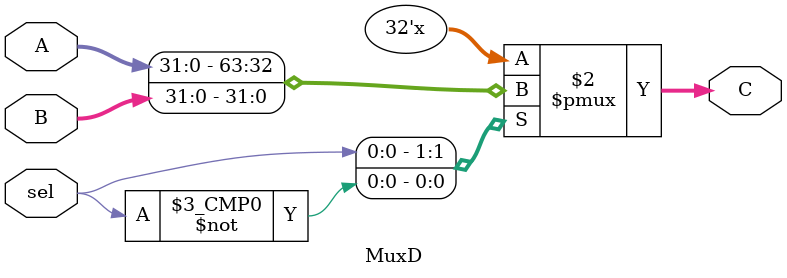
<source format=v>
`timescale 1ns/1ns

module MuxD(
    input [31:0]A,
    input [31:0]B,
    input sel,
    output reg[31:0]C
);

always @* begin
    case(sel)
        1'b1: C = A;
        1'b0: C = B;
    endcase
end
endmodule
</source>
